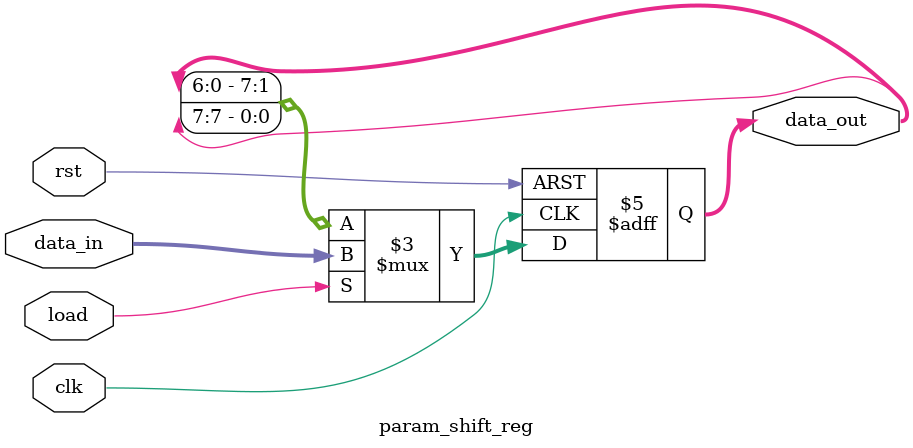
<source format=v>
module param_shift_reg #(
    parameter WIDTH = 8
)(
    input clk,
    input rst,
    input load,
    input [WIDTH-1:0] data_in,
    output reg [WIDTH-1:0] data_out
);
    always @(posedge clk or posedge rst)
        if(rst)
            data_out <= {WIDTH{1'b0}};
        else if(load)
            data_out <= data_in;
        else begin
            data_out <= {data_out[WIDTH-2:0], data_out[WIDTH-1]};
        end
endmodule
</source>
